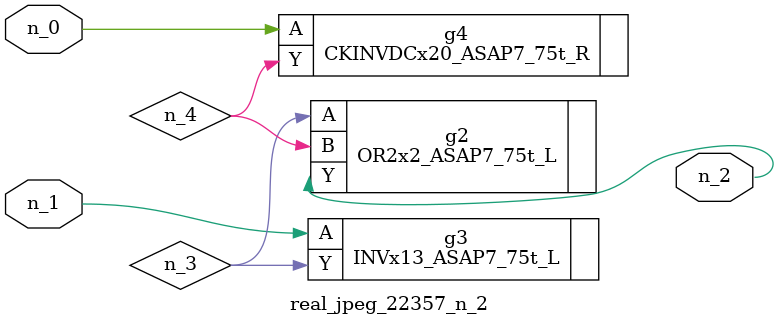
<source format=v>
module real_jpeg_22357_n_2 (n_1, n_0, n_2);

input n_1;
input n_0;

output n_2;

wire n_4;
wire n_3;

CKINVDCx20_ASAP7_75t_R g4 ( 
.A(n_0),
.Y(n_4)
);

INVx13_ASAP7_75t_L g3 ( 
.A(n_1),
.Y(n_3)
);

OR2x2_ASAP7_75t_L g2 ( 
.A(n_3),
.B(n_4),
.Y(n_2)
);


endmodule
</source>
